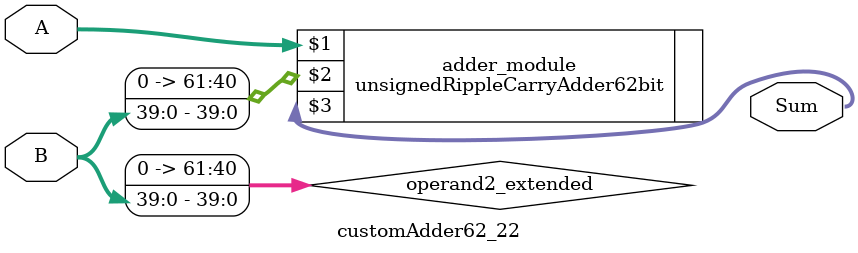
<source format=v>
module customAdder62_22(
                        input [61 : 0] A,
                        input [39 : 0] B,
                        
                        output [62 : 0] Sum
                );

        wire [61 : 0] operand2_extended;
        
        assign operand2_extended =  {22'b0, B};
        
        unsignedRippleCarryAdder62bit adder_module(
            A,
            operand2_extended,
            Sum
        );
        
        endmodule
        
</source>
